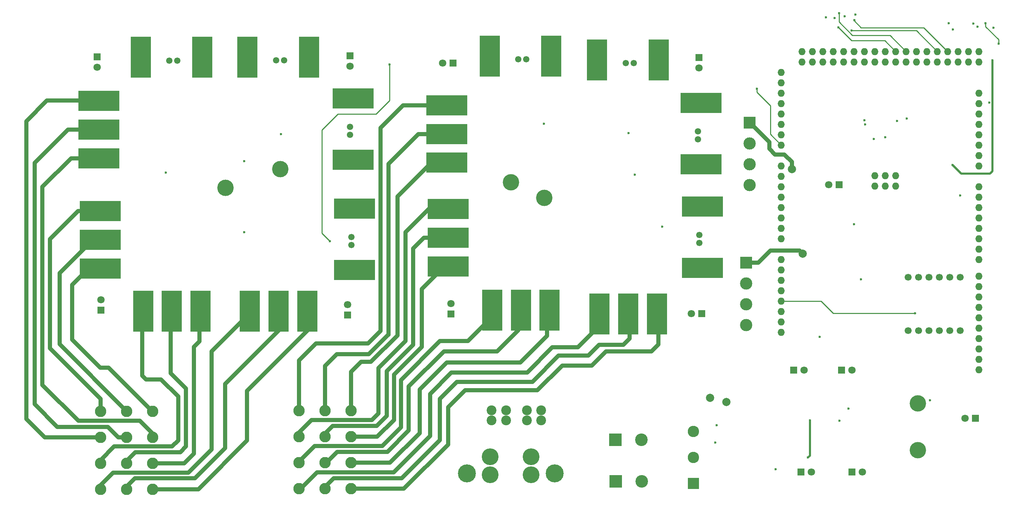
<source format=gbr>
G04 #@! TF.GenerationSoftware,KiCad,Pcbnew,5.1.2-f72e74a~84~ubuntu16.04.1*
G04 #@! TF.CreationDate,2019-05-07T21:52:54+05:30*
G04 #@! TF.ProjectId,MasterPcb,4d617374-6572-4506-9362-2e6b69636164,rev?*
G04 #@! TF.SameCoordinates,Original*
G04 #@! TF.FileFunction,Copper,L2,Inr*
G04 #@! TF.FilePolarity,Positive*
%FSLAX46Y46*%
G04 Gerber Fmt 4.6, Leading zero omitted, Abs format (unit mm)*
G04 Created by KiCad (PCBNEW 5.1.2-f72e74a~84~ubuntu16.04.1) date 2019-05-07 21:52:54*
%MOMM*%
%LPD*%
G04 APERTURE LIST*
%ADD10C,1.550000*%
%ADD11R,5.000000X10.000000*%
%ADD12R,1.800000X1.800000*%
%ADD13C,1.800000*%
%ADD14R,2.775000X2.775000*%
%ADD15C,2.775000*%
%ADD16C,3.000000*%
%ADD17R,3.000000X3.000000*%
%ADD18C,2.790000*%
%ADD19R,3.075000X3.075000*%
%ADD20C,3.075000*%
%ADD21C,4.100000*%
%ADD22C,4.400000*%
%ADD23O,1.727200X1.727200*%
%ADD24C,1.700000*%
%ADD25C,2.400000*%
%ADD26R,10.000000X5.000000*%
%ADD27C,2.000000*%
%ADD28C,0.600000*%
%ADD29C,4.000000*%
%ADD30C,0.500000*%
%ADD31C,0.250000*%
%ADD32C,1.000000*%
G04 APERTURE END LIST*
D10*
X85362400Y-32721600D03*
X83412400Y-32721600D03*
D11*
X91052400Y-94001600D03*
X84052400Y-94001600D03*
X77052400Y-94001600D03*
X91452400Y-31951600D03*
X76452400Y-31951600D03*
D12*
X223977200Y-133350000D03*
D13*
X226517200Y-133350000D03*
D12*
X209804000Y-108458000D03*
D13*
X212344000Y-108458000D03*
D12*
X186690000Y-32054800D03*
D13*
X186690000Y-34594800D03*
D12*
X100888800Y-94996000D03*
D13*
X100888800Y-92456000D03*
D12*
X221437200Y-108458000D03*
D13*
X223977200Y-108458000D03*
D12*
X126136400Y-94691200D03*
D13*
X126136400Y-92151200D03*
D12*
X101447600Y-31597600D03*
D13*
X101447600Y-34137600D03*
D12*
X211582000Y-133350000D03*
D13*
X214122000Y-133350000D03*
D12*
X126644400Y-33426400D03*
D13*
X124104400Y-33426400D03*
D12*
X39776400Y-31902400D03*
D13*
X39776400Y-34442400D03*
D12*
X220827600Y-63144400D03*
D13*
X218287600Y-63144400D03*
D12*
X187299600Y-94589600D03*
D13*
X184759600Y-94589600D03*
D12*
X40690800Y-93776800D03*
D13*
X40690800Y-91236800D03*
D12*
X254116600Y-120183800D03*
D13*
X251576600Y-120183800D03*
D14*
X185318400Y-136093200D03*
D15*
X185318400Y-129743200D03*
X185318400Y-123393200D03*
D16*
X198983600Y-53086000D03*
X198983600Y-58166000D03*
D17*
X198983600Y-48006000D03*
D16*
X198983600Y-63246000D03*
D18*
X101752400Y-118364000D03*
X95402400Y-118364000D03*
X89052400Y-118364000D03*
X101752400Y-124714000D03*
X95402400Y-124714000D03*
X89052400Y-124714000D03*
X101752400Y-131064000D03*
X95402400Y-131064000D03*
X89052400Y-131064000D03*
X101752400Y-137414000D03*
X95402400Y-137414000D03*
X89052400Y-137414000D03*
D19*
X166370000Y-135636000D03*
D20*
X172720000Y-135636000D03*
D18*
X53289200Y-118465600D03*
X46939200Y-118465600D03*
X40589200Y-118465600D03*
X53289200Y-124815600D03*
X46939200Y-124815600D03*
X40589200Y-124815600D03*
X53289200Y-131165600D03*
X46939200Y-131165600D03*
X40589200Y-131165600D03*
X53289200Y-137515600D03*
X46939200Y-137515600D03*
X40589200Y-137515600D03*
D19*
X166268400Y-125476000D03*
D20*
X172618400Y-125476000D03*
D16*
X198170800Y-87223600D03*
X198170800Y-92303600D03*
D17*
X198170800Y-82143600D03*
D16*
X198170800Y-97383600D03*
D21*
X145716000Y-129610000D03*
X145716000Y-134010000D03*
X135716000Y-129610000D03*
X135716000Y-134010000D03*
D22*
X129986000Y-133660000D03*
X151446000Y-133660000D03*
D23*
X229616000Y-63474600D03*
X229616000Y-60934600D03*
X232156000Y-60934600D03*
X232156000Y-63474600D03*
X234696000Y-60934600D03*
X206756000Y-76301600D03*
X206756000Y-81381600D03*
X206756000Y-83921600D03*
X206756000Y-86461600D03*
X206756000Y-89001600D03*
X206756000Y-91541600D03*
X206756000Y-94081600D03*
X206756000Y-96621600D03*
X255016000Y-40741600D03*
X255016000Y-43281600D03*
X255016000Y-45821600D03*
X255016000Y-48361600D03*
X255016000Y-50901600D03*
X255016000Y-53441600D03*
X255016000Y-55981600D03*
X255016000Y-58521600D03*
X255016000Y-63601600D03*
X255016000Y-66141600D03*
X255016000Y-68681600D03*
X255016000Y-71221600D03*
X255016000Y-73761600D03*
X255016000Y-76301600D03*
X255016000Y-78841600D03*
X255016000Y-81381600D03*
X255016000Y-100685600D03*
X255016000Y-85445600D03*
X255016000Y-87985600D03*
X255016000Y-90525600D03*
X255016000Y-108305600D03*
X255016000Y-105765600D03*
X255016000Y-103225600D03*
X255016000Y-98145600D03*
X255016000Y-95605600D03*
X255016000Y-93065600D03*
X206756000Y-99161600D03*
X206756000Y-73761600D03*
X206756000Y-71221600D03*
X206756000Y-68681600D03*
X206756000Y-66141600D03*
X206756000Y-63601600D03*
X206756000Y-61061600D03*
X206756000Y-58521600D03*
X206756000Y-53441600D03*
X206756000Y-50901600D03*
X206756000Y-48361600D03*
X206756000Y-45821600D03*
X206756000Y-43281600D03*
X206756000Y-40741600D03*
X206756000Y-38201600D03*
X206756000Y-35661600D03*
X255016000Y-33121600D03*
X255016000Y-30581600D03*
X252476000Y-33121600D03*
X252476000Y-30581600D03*
X249936000Y-33121600D03*
X249936000Y-30581600D03*
X247396000Y-33121600D03*
X247396000Y-30581600D03*
X244856000Y-33121600D03*
X244856000Y-30581600D03*
X242316000Y-33121600D03*
X242316000Y-30581600D03*
X239776000Y-33121600D03*
X239776000Y-30581600D03*
X237236000Y-33121600D03*
X237236000Y-30581600D03*
X234696000Y-33121600D03*
X234696000Y-30581600D03*
X232156000Y-33121600D03*
X232156000Y-30581600D03*
X229616000Y-33121600D03*
X229616000Y-30581600D03*
X227076000Y-33121600D03*
X227076000Y-30581600D03*
X224536000Y-33121600D03*
X224536000Y-30581600D03*
X221996000Y-33121600D03*
X221996000Y-30581600D03*
X219456000Y-33121600D03*
X219456000Y-30581600D03*
X216916000Y-33121600D03*
X216916000Y-30581600D03*
X214376000Y-33121600D03*
X214376000Y-30581600D03*
X211836000Y-33121600D03*
X211836000Y-30581600D03*
X234696000Y-63474600D03*
D24*
X237693200Y-98750400D03*
X240233200Y-98750400D03*
X245313200Y-98750400D03*
X242773200Y-98750400D03*
X250393200Y-98750400D03*
X247853200Y-98750400D03*
X247853200Y-85750400D03*
X250393200Y-85750400D03*
X242773200Y-85750400D03*
X245313200Y-85750400D03*
X240233200Y-85750400D03*
X237693200Y-85750400D03*
D25*
X148127600Y-118231600D03*
X148127600Y-120731600D03*
X144627600Y-118231600D03*
X144627600Y-120731600D03*
X139547600Y-118231600D03*
X139547600Y-120731600D03*
X136047600Y-118231600D03*
X136047600Y-120731600D03*
D10*
X59302000Y-32772400D03*
X57352000Y-32772400D03*
D11*
X64992000Y-94052400D03*
X57992000Y-94052400D03*
X50992000Y-94052400D03*
X65392000Y-32002400D03*
X50392000Y-32002400D03*
D10*
X101492000Y-50965200D03*
X101492000Y-49015200D03*
D26*
X40212000Y-56655200D03*
X40212000Y-49655200D03*
X40212000Y-42655200D03*
X102262000Y-57055200D03*
X102262000Y-42055200D03*
D10*
X101796800Y-77889200D03*
X101796800Y-75939200D03*
D26*
X40516800Y-83579200D03*
X40516800Y-76579200D03*
X40516800Y-69579200D03*
X102566800Y-83979200D03*
X102566800Y-68979200D03*
D10*
X144493600Y-32467600D03*
X142543600Y-32467600D03*
D11*
X150183600Y-93747600D03*
X143183600Y-93747600D03*
X136183600Y-93747600D03*
X150583600Y-31697600D03*
X135583600Y-31697600D03*
D10*
X170706400Y-33382000D03*
X168756400Y-33382000D03*
D11*
X176396400Y-94662000D03*
X169396400Y-94662000D03*
X162396400Y-94662000D03*
X176796400Y-32612000D03*
X161796400Y-32612000D03*
D10*
X186378800Y-52032000D03*
X186378800Y-50082000D03*
D26*
X125098800Y-57722000D03*
X125098800Y-50722000D03*
X125098800Y-43722000D03*
X187148800Y-58122000D03*
X187148800Y-43122000D03*
D10*
X186734400Y-77381200D03*
X186734400Y-75431200D03*
D26*
X125454400Y-83071200D03*
X125454400Y-76071200D03*
X125454400Y-69071200D03*
X187504400Y-83471200D03*
X187504400Y-68471200D03*
D27*
X189382400Y-115214400D03*
D28*
X248513600Y-58318400D03*
X258267200Y-32715200D03*
X258572000Y-24790400D03*
X213258400Y-129794000D03*
X220980000Y-120751600D03*
X224536000Y-72796400D03*
X254609600Y-24485600D03*
X247599200Y-23672800D03*
X213737800Y-120700800D03*
X205384400Y-132638800D03*
D27*
X193326000Y-116179600D03*
D29*
X240080800Y-116535200D03*
X84480400Y-59334400D03*
X148894800Y-66344800D03*
X140766800Y-62534800D03*
X71120000Y-63906400D03*
D28*
X250444000Y-65786000D03*
X216103200Y-100279200D03*
X239369600Y-94538800D03*
X223113600Y-117856000D03*
X237388400Y-46939200D03*
D27*
X209365600Y-59315600D03*
D28*
X235000800Y-47548800D03*
X232105200Y-51562000D03*
X229362000Y-51933600D03*
X227177600Y-48361600D03*
X227025200Y-47396400D03*
D27*
X211937600Y-79959200D03*
D28*
X170992800Y-60655200D03*
X177647600Y-73406000D03*
X148793200Y-48260000D03*
X169468800Y-50495200D03*
X75641200Y-74726800D03*
X75692000Y-57404000D03*
X56489600Y-60198000D03*
X200761600Y-39674800D03*
X84632800Y-50800000D03*
X256590800Y-23672800D03*
X259791200Y-28651200D03*
X248615200Y-25196800D03*
X257505200Y-43027600D03*
X191008000Y-121869200D03*
X190601600Y-126085600D03*
D29*
X240080800Y-127965200D03*
D28*
X243078000Y-115824000D03*
X226212400Y-86207600D03*
X224840800Y-21590000D03*
X222250000Y-21996400D03*
X253593600Y-23723600D03*
X220675200Y-24688800D03*
X224586800Y-22910800D03*
X220827600Y-21234400D03*
X223926400Y-25450800D03*
X217627200Y-22199600D03*
X219760800Y-22402800D03*
X111150400Y-33782000D03*
X96570800Y-76962000D03*
D30*
X258267200Y-32715200D02*
X258267200Y-59842400D01*
X250647200Y-60452000D02*
X248513600Y-58318400D01*
X257657600Y-60452000D02*
X250647200Y-60452000D01*
X258267200Y-59842400D02*
X257657600Y-60452000D01*
X213737800Y-129314600D02*
X213737800Y-120700800D01*
X213258400Y-129794000D02*
X213737800Y-129314600D01*
D31*
X239369600Y-94538800D02*
X219456000Y-94538800D01*
X216458800Y-91541600D02*
X206756000Y-91541600D01*
X219456000Y-94538800D02*
X216458800Y-91541600D01*
D32*
X198983600Y-48006000D02*
X199136000Y-48006000D01*
X199136000Y-48006000D02*
X203809600Y-52679600D01*
X209346800Y-57556400D02*
X209346800Y-59334400D01*
X207518000Y-55727600D02*
X209346800Y-57556400D01*
X205181200Y-55727600D02*
X207518000Y-55727600D01*
X203809600Y-54356000D02*
X205181200Y-55727600D01*
X203809600Y-52679600D02*
X203809600Y-54356000D01*
X101752400Y-118364000D02*
X101752400Y-108864400D01*
X113080800Y-65989200D02*
X113080800Y-99923600D01*
X113080800Y-65989200D02*
X121348000Y-57722000D01*
X106578400Y-106426000D02*
X113080800Y-99923600D01*
X104190800Y-106426000D02*
X106578400Y-106426000D01*
X101752400Y-108864400D02*
X104190800Y-106426000D01*
X128098800Y-57722000D02*
X121348000Y-57722000D01*
X95402400Y-118364000D02*
X95402400Y-107442000D01*
X106070400Y-104546400D02*
X110896400Y-99720400D01*
X98298000Y-104546400D02*
X106070400Y-104546400D01*
X95402400Y-107442000D02*
X98298000Y-104546400D01*
X128098800Y-50722000D02*
X118188000Y-50722000D01*
X110896400Y-58013600D02*
X110896400Y-99720400D01*
X110896400Y-99720400D02*
X110896400Y-99822000D01*
X118188000Y-50722000D02*
X110896400Y-58013600D01*
X89052400Y-118364000D02*
X89052400Y-106019600D01*
X114469200Y-43722000D02*
X108966000Y-49225200D01*
X108966000Y-49225200D02*
X108966000Y-98856800D01*
X114469200Y-43722000D02*
X128098800Y-43722000D01*
X105918000Y-101904800D02*
X108966000Y-98856800D01*
X93167200Y-101904800D02*
X105918000Y-101904800D01*
X89052400Y-106019600D02*
X93167200Y-101904800D01*
X112191800Y-120624600D02*
X112191800Y-109499400D01*
X118973600Y-88646000D02*
X118973600Y-99720400D01*
X118973600Y-88646000D02*
X124548400Y-83071200D01*
X118973600Y-102717600D02*
X118973600Y-99720400D01*
X112191800Y-109499400D02*
X118973600Y-102717600D01*
X112268000Y-120548400D02*
X112191800Y-120624600D01*
X112191800Y-120624600D02*
X108102400Y-124714000D01*
X108102400Y-124714000D02*
X101752400Y-124714000D01*
X128454400Y-83071200D02*
X124548400Y-83071200D01*
X108000800Y-122072400D02*
X110439200Y-119634000D01*
X119508800Y-76071200D02*
X116890800Y-78689200D01*
X116890800Y-78689200D02*
X116890800Y-99872800D01*
X128454400Y-76071200D02*
X119508800Y-76071200D01*
X97282000Y-122072400D02*
X108000800Y-122072400D01*
X97282000Y-122072400D02*
X95402400Y-123952000D01*
X116890800Y-102209600D02*
X116890800Y-99872800D01*
X110439200Y-108661200D02*
X116890800Y-102209600D01*
X110439200Y-119634000D02*
X110439200Y-108661200D01*
X95402400Y-124714000D02*
X95402400Y-123952000D01*
X95402400Y-124714000D02*
X95402400Y-123831202D01*
X106781600Y-120650000D02*
X108458000Y-118973600D01*
X115011200Y-74726800D02*
X115011200Y-99974400D01*
X120666800Y-69071200D02*
X115011200Y-74726800D01*
X92100400Y-120650000D02*
X106781600Y-120650000D01*
X92100400Y-120650000D02*
X89052400Y-123698000D01*
X115011200Y-101346000D02*
X115011200Y-99974400D01*
X108458000Y-107899200D02*
X115011200Y-101346000D01*
X108458000Y-118973600D02*
X108458000Y-107899200D01*
X89052400Y-124714000D02*
X89052400Y-123698000D01*
X128454400Y-69071200D02*
X120666800Y-69071200D01*
X109778800Y-131064000D02*
X111252000Y-131064000D01*
X101752400Y-131064000D02*
X109778800Y-131064000D01*
X111252000Y-131064000D02*
X118465600Y-123850400D01*
X118465600Y-123850400D02*
X118465600Y-113131600D01*
X118465600Y-113131600D02*
X125069600Y-106527600D01*
X125069600Y-106527600D02*
X143052800Y-106527600D01*
X143052800Y-106527600D02*
X149568600Y-100011800D01*
X149568600Y-100011800D02*
X149568600Y-91636600D01*
X109677200Y-128422400D02*
X110591600Y-128422400D01*
X98348800Y-128422400D02*
X109677200Y-128422400D01*
X95707200Y-131064000D02*
X98348800Y-128422400D01*
X137414000Y-103835200D02*
X142568600Y-98680600D01*
X124409200Y-103835200D02*
X137414000Y-103835200D01*
X115824000Y-112420400D02*
X124409200Y-103835200D01*
X115824000Y-123190000D02*
X115824000Y-112420400D01*
X110591600Y-128422400D02*
X115824000Y-123190000D01*
X142568600Y-98680600D02*
X142568600Y-91636600D01*
X95402400Y-131064000D02*
X95707200Y-131064000D01*
X130251200Y-101295200D02*
X135568600Y-95977800D01*
X123444000Y-101295200D02*
X130251200Y-101295200D01*
X113893600Y-110845600D02*
X123444000Y-101295200D01*
X135568600Y-95977800D02*
X135568600Y-91636600D01*
X113893600Y-122428000D02*
X113893600Y-110845600D01*
X113893600Y-122428000D02*
X109372400Y-126949200D01*
X92862400Y-126949200D02*
X109372400Y-126949200D01*
X89052400Y-130759200D02*
X92862400Y-126949200D01*
X89052400Y-131064000D02*
X89052400Y-130759200D01*
X108610400Y-137414000D02*
X114604800Y-137414000D01*
X101752400Y-137414000D02*
X108610400Y-137414000D01*
X114604800Y-137414000D02*
X125425200Y-126593600D01*
X125425200Y-126593600D02*
X125425200Y-117500400D01*
X125425200Y-117500400D02*
X129590800Y-113334800D01*
X129590800Y-113334800D02*
X147218400Y-113334800D01*
X147218400Y-113334800D02*
X153263600Y-107289600D01*
X153263600Y-107289600D02*
X160477200Y-107289600D01*
X160477200Y-107289600D02*
X163931600Y-103835200D01*
X163931600Y-103835200D02*
X175056800Y-103835200D01*
X175056800Y-103835200D02*
X176721200Y-102170800D01*
X176721200Y-102170800D02*
X176721200Y-91916000D01*
X108915200Y-134823200D02*
X114096800Y-134823200D01*
X97536000Y-134823200D02*
X108915200Y-134823200D01*
X95402400Y-136956800D02*
X97536000Y-134823200D01*
X169721200Y-100738000D02*
X169721200Y-91916000D01*
X168198800Y-102260400D02*
X169721200Y-100738000D01*
X162306000Y-102260400D02*
X168198800Y-102260400D01*
X159664400Y-104902000D02*
X162306000Y-102260400D01*
X152400000Y-104902000D02*
X159664400Y-104902000D01*
X145999200Y-111302800D02*
X152400000Y-104902000D01*
X127558800Y-111302800D02*
X145999200Y-111302800D01*
X123393200Y-115468400D02*
X127558800Y-111302800D01*
X123393200Y-125526800D02*
X123393200Y-115468400D01*
X114096800Y-134823200D02*
X123393200Y-125526800D01*
X95402400Y-137414000D02*
X95402400Y-136956800D01*
X95402400Y-137414000D02*
X95402400Y-137210800D01*
X157073600Y-102870000D02*
X162721200Y-97222400D01*
X150876000Y-102870000D02*
X157073600Y-102870000D01*
X144729200Y-109016800D02*
X150876000Y-102870000D01*
X126238000Y-109016800D02*
X144729200Y-109016800D01*
X121005600Y-114249200D02*
X126238000Y-109016800D01*
X121005600Y-124510800D02*
X121005600Y-114249200D01*
X112115600Y-133400800D02*
X121005600Y-124510800D01*
X162721200Y-97222400D02*
X162721200Y-91916000D01*
X108864400Y-133400800D02*
X112115600Y-133400800D01*
X93472000Y-133400800D02*
X108864400Y-133400800D01*
X89458800Y-137414000D02*
X93472000Y-133400800D01*
X89052400Y-137414000D02*
X89458800Y-137414000D01*
X53289200Y-118465600D02*
X53187600Y-118465600D01*
X53187600Y-118465600D02*
X42570400Y-107848400D01*
X42570400Y-107848400D02*
X40487600Y-107848400D01*
X40487600Y-107848400D02*
X33629600Y-100990400D01*
X33629600Y-100990400D02*
X33629600Y-87579200D01*
X33629600Y-87579200D02*
X37629600Y-83579200D01*
X37629600Y-83579200D02*
X43516800Y-83579200D01*
X43516800Y-83579200D02*
X37528000Y-83579200D01*
X46939200Y-118465600D02*
X30581600Y-102108000D01*
X30581600Y-102108000D02*
X30581600Y-84734400D01*
X30581600Y-84734400D02*
X38736800Y-76579200D01*
X38736800Y-76579200D02*
X43516800Y-76579200D01*
X43516800Y-76579200D02*
X38736800Y-76579200D01*
X40589200Y-118465600D02*
X40589200Y-115468400D01*
X40589200Y-115468400D02*
X28244800Y-103124000D01*
X28244800Y-103124000D02*
X28244800Y-76403200D01*
X28244800Y-76403200D02*
X35068800Y-69579200D01*
X35068800Y-69579200D02*
X43516800Y-69579200D01*
X43212000Y-56655200D02*
X33413200Y-56655200D01*
X33413200Y-56655200D02*
X26416000Y-63652400D01*
X26416000Y-63652400D02*
X26416000Y-112064800D01*
X26416000Y-112064800D02*
X35153600Y-120802400D01*
X53289200Y-124815600D02*
X53289200Y-123952000D01*
X53289200Y-123952000D02*
X50139600Y-120802400D01*
X50139600Y-120802400D02*
X35153600Y-120802400D01*
X34239200Y-122275600D02*
X30022800Y-122275600D01*
X30022800Y-122275600D02*
X24485600Y-116738400D01*
X24485600Y-116738400D02*
X24485600Y-57810400D01*
X24485600Y-57810400D02*
X32640800Y-49655200D01*
X32640800Y-49655200D02*
X43212000Y-49655200D01*
X46939200Y-124815600D02*
X44958000Y-124815600D01*
X44958000Y-124815600D02*
X42418000Y-122275600D01*
X42418000Y-122275600D02*
X34239200Y-122275600D01*
X32004000Y-124815600D02*
X26974800Y-124815600D01*
X40589200Y-124815600D02*
X32004000Y-124815600D01*
X27521600Y-42582400D02*
X22504400Y-47599600D01*
X22504400Y-47599600D02*
X22504400Y-102565200D01*
X27521600Y-42582400D02*
X43161200Y-42582400D01*
X22504400Y-120345200D02*
X22504400Y-102565200D01*
X26974800Y-124815600D02*
X22504400Y-120345200D01*
X61010800Y-131165600D02*
X63347600Y-128828800D01*
X53289200Y-131165600D02*
X61010800Y-131165600D01*
X63347600Y-128828800D02*
X63347600Y-102768400D01*
X63347600Y-102768400D02*
X64732600Y-101383400D01*
X64732600Y-101383400D02*
X64732600Y-91179400D01*
X60045600Y-128473200D02*
X61468000Y-127050800D01*
X49072800Y-128473200D02*
X60045600Y-128473200D01*
X46939200Y-130606800D02*
X49072800Y-128473200D01*
X57732600Y-109193000D02*
X57732600Y-91179400D01*
X61468000Y-112928400D02*
X57732600Y-109193000D01*
X61468000Y-127050800D02*
X61468000Y-112928400D01*
X50732600Y-109762200D02*
X50732600Y-91179400D01*
X51663600Y-110693200D02*
X50732600Y-109762200D01*
X55372000Y-110693200D02*
X51663600Y-110693200D01*
X59537600Y-114858800D02*
X55372000Y-110693200D01*
X59537600Y-125577600D02*
X59537600Y-114858800D01*
X58064400Y-127050800D02*
X59537600Y-125577600D01*
X43942000Y-127050800D02*
X58064400Y-127050800D01*
X40589200Y-130403600D02*
X43942000Y-127050800D01*
X61112400Y-137515600D02*
X64465200Y-137515600D01*
X76352400Y-125628400D02*
X76352400Y-113538000D01*
X76352400Y-113538000D02*
X91174000Y-98716400D01*
X64465200Y-137515600D02*
X76352400Y-125628400D01*
X53289200Y-137515600D02*
X61112400Y-137515600D01*
X61112400Y-137515600D02*
X61264800Y-137515600D01*
X91174000Y-98716400D02*
X91174000Y-91052400D01*
X70967600Y-127508000D02*
X70967600Y-111810800D01*
X70967600Y-111810800D02*
X84174000Y-98604400D01*
X61874400Y-134823200D02*
X63652400Y-134823200D01*
X63652400Y-134823200D02*
X70764400Y-127711200D01*
X46939200Y-136906000D02*
X49022000Y-134823200D01*
X49022000Y-134823200D02*
X61874400Y-134823200D01*
X70764400Y-127711200D02*
X70967600Y-127508000D01*
X84174000Y-98604400D02*
X84174000Y-91052400D01*
X67665600Y-103835200D02*
X77174000Y-94326800D01*
X40589200Y-136499600D02*
X43637200Y-133451600D01*
X43637200Y-133451600D02*
X60604400Y-133451600D01*
X60604400Y-133451600D02*
X62026800Y-133451600D01*
X62026800Y-133451600D02*
X67665600Y-127812800D01*
X67665600Y-127812800D02*
X67665600Y-103835200D01*
X77174000Y-94326800D02*
X77174000Y-91052400D01*
X198170800Y-82143600D02*
X201168000Y-82143600D01*
X201168000Y-82143600D02*
X204114400Y-79197200D01*
X204114400Y-79197200D02*
X211175600Y-79197200D01*
X211175600Y-79197200D02*
X211937600Y-79959200D01*
D31*
X200761600Y-39674800D02*
X200761600Y-40487600D01*
X204114400Y-50800000D02*
X206756000Y-53441600D01*
X204114400Y-43840400D02*
X204114400Y-50800000D01*
X200761600Y-40487600D02*
X204114400Y-43840400D01*
X256590800Y-23672800D02*
X256590800Y-24485600D01*
X259791200Y-27686000D02*
X259791200Y-28651200D01*
X256590800Y-24485600D02*
X259791200Y-27686000D01*
X220675200Y-24688800D02*
X223926400Y-27940000D01*
X232054400Y-27940000D02*
X234696000Y-30581600D01*
X223926400Y-27940000D02*
X232054400Y-27940000D01*
X224586800Y-22910800D02*
X224586800Y-23114000D01*
X241554000Y-24739600D02*
X247396000Y-30581600D01*
X226212400Y-24739600D02*
X241554000Y-24739600D01*
X224586800Y-23114000D02*
X226212400Y-24739600D01*
X220827600Y-21234400D02*
X220827600Y-23368000D01*
X233273600Y-26619200D02*
X237236000Y-30581600D01*
X224078800Y-26619200D02*
X233273600Y-26619200D01*
X220827600Y-23368000D02*
X224078800Y-26619200D01*
X223926400Y-25450800D02*
X239725200Y-25450800D01*
X239725200Y-25450800D02*
X244856000Y-30581600D01*
X111150400Y-42570400D02*
X111150400Y-33782000D01*
X107848400Y-45872400D02*
X111150400Y-42570400D01*
X98501200Y-45872400D02*
X107848400Y-45872400D01*
X94589600Y-49784000D02*
X98501200Y-45872400D01*
X94589600Y-74980800D02*
X94589600Y-49784000D01*
X96570800Y-76962000D02*
X94589600Y-74980800D01*
M02*

</source>
